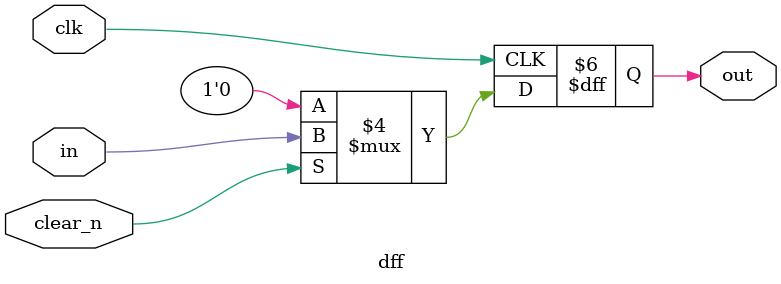
<source format=sv>
`ifndef __DFF_SV__
`define __DFF_SV__

/*
 * A D-Type Flip-Flop.
 */
module dff #(
    parameter DATA_WIDTH = 1,
    parameter RESET_VALUE = 0
) (
    input logic clk, // Clock
    input logic clear_n, // Clear (active-low)
    input logic [DATA_WIDTH-1:0] in, // Input
    output logic [DATA_WIDTH-1:0] out // Output
);

    always_ff @(posedge clk) begin
        if (~clear_n) begin
            out <= RESET_VALUE;
        end else begin
            out <= in;
        end
    end

`ifdef FORMAL
    logic f_past_valid;
    initial f_past_valid = 0;
    always_ff @(posedge clk) begin
        f_past_valid = 1;
    end

    /* Validate logic */
    always_ff @(posedge clk) begin
        if (f_past_valid) begin
            if ($past(clear_n)) begin
                assert(out == $past(in));
            end else begin
                assert(out == RESET_VALUE);
            end
        end
    end
`endif

endmodule

`endif

</source>
